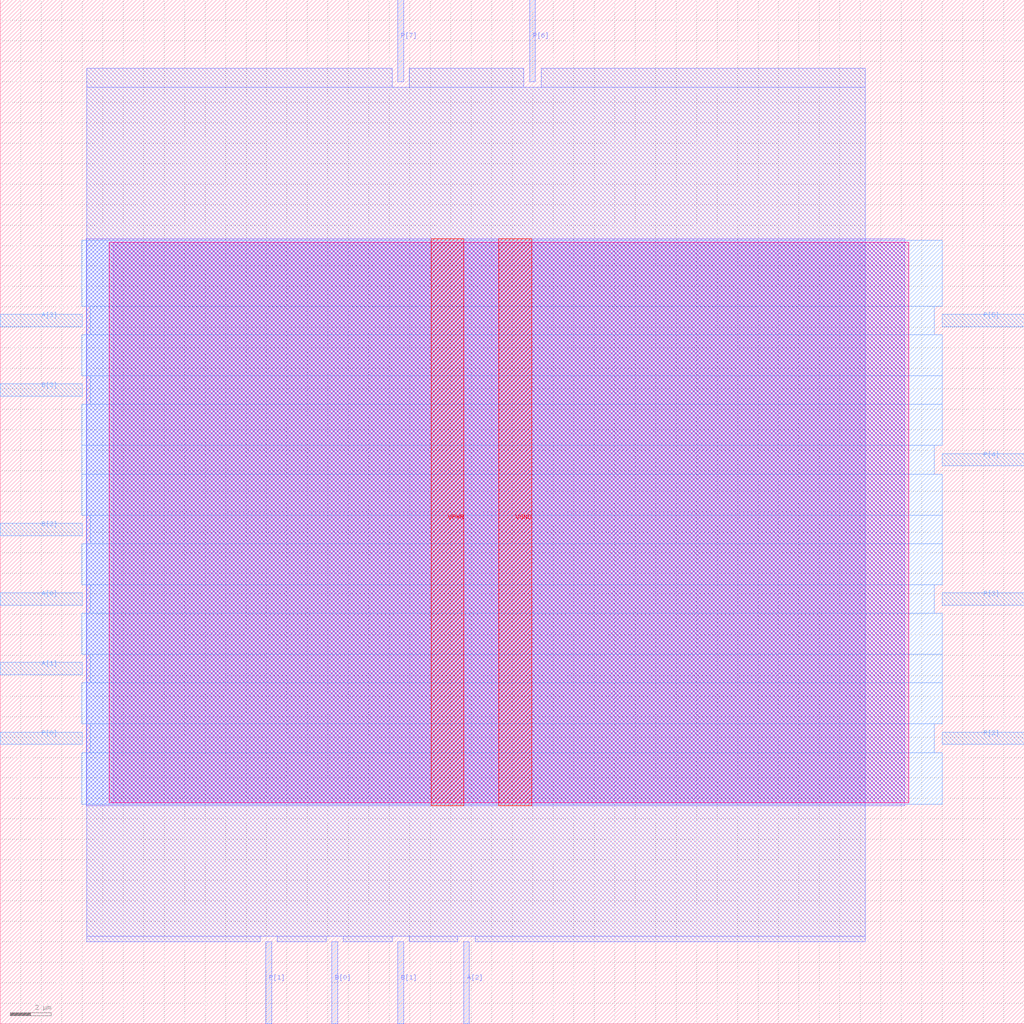
<source format=lef>
VERSION 5.7 ;
  NOWIREEXTENSIONATPIN ON ;
  DIVIDERCHAR "/" ;
  BUSBITCHARS "[]" ;
MACRO mult4_SarsaNStepsRuido_e9_SARSA_RUIDO_e9_SARSA_RUIDO_e9_SARSA_RUIDO_e9
  CLASS BLOCK ;
  FOREIGN mult4_SarsaNStepsRuido_e9_SARSA_RUIDO_e9_SARSA_RUIDO_e9_SARSA_RUIDO_e9 ;
  ORIGIN 0.000 0.000 ;
  SIZE 50.000 BY 50.000 ;
  PIN A[0]
    DIRECTION INPUT ;
    USE SIGNAL ;
    ANTENNAGATEAREA 0.213000 ;
    PORT
      LAYER met3 ;
        RECT 0.000 20.440 4.000 21.040 ;
    END
  END A[0]
  PIN A[1]
    DIRECTION INPUT ;
    USE SIGNAL ;
    ANTENNAGATEAREA 0.126000 ;
    PORT
      LAYER met3 ;
        RECT 0.000 17.040 4.000 17.640 ;
    END
  END A[1]
  PIN A[2]
    DIRECTION INPUT ;
    USE SIGNAL ;
    ANTENNAGATEAREA 0.213000 ;
    PORT
      LAYER met2 ;
        RECT 22.630 0.000 22.910 4.000 ;
    END
  END A[2]
  PIN A[3]
    DIRECTION INPUT ;
    USE SIGNAL ;
    ANTENNAGATEAREA 0.196500 ;
    PORT
      LAYER met3 ;
        RECT 0.000 34.040 4.000 34.640 ;
    END
  END A[3]
  PIN B[0]
    DIRECTION INPUT ;
    USE SIGNAL ;
    ANTENNAGATEAREA 0.126000 ;
    PORT
      LAYER met2 ;
        RECT 16.190 0.000 16.470 4.000 ;
    END
  END B[0]
  PIN B[1]
    DIRECTION INPUT ;
    USE SIGNAL ;
    ANTENNAGATEAREA 0.126000 ;
    PORT
      LAYER met2 ;
        RECT 19.410 0.000 19.690 4.000 ;
    END
  END B[1]
  PIN B[2]
    DIRECTION INPUT ;
    USE SIGNAL ;
    ANTENNAGATEAREA 0.196500 ;
    PORT
      LAYER met3 ;
        RECT 0.000 23.840 4.000 24.440 ;
    END
  END B[2]
  PIN B[3]
    DIRECTION INPUT ;
    USE SIGNAL ;
    ANTENNAGATEAREA 0.213000 ;
    PORT
      LAYER met3 ;
        RECT 0.000 30.640 4.000 31.240 ;
    END
  END B[3]
  PIN P[0]
    DIRECTION OUTPUT ;
    USE SIGNAL ;
    PORT
      LAYER met3 ;
        RECT 0.000 13.640 4.000 14.240 ;
    END
  END P[0]
  PIN P[1]
    DIRECTION OUTPUT ;
    USE SIGNAL ;
    ANTENNADIFFAREA 0.445500 ;
    PORT
      LAYER met2 ;
        RECT 12.970 0.000 13.250 4.000 ;
    END
  END P[1]
  PIN P[2]
    DIRECTION OUTPUT ;
    USE SIGNAL ;
    ANTENNADIFFAREA 0.445500 ;
    PORT
      LAYER met3 ;
        RECT 46.000 13.640 50.000 14.240 ;
    END
  END P[2]
  PIN P[3]
    DIRECTION OUTPUT ;
    USE SIGNAL ;
    ANTENNADIFFAREA 0.445500 ;
    PORT
      LAYER met3 ;
        RECT 46.000 20.440 50.000 21.040 ;
    END
  END P[3]
  PIN P[4]
    DIRECTION OUTPUT ;
    USE SIGNAL ;
    ANTENNADIFFAREA 0.445500 ;
    PORT
      LAYER met3 ;
        RECT 46.000 27.240 50.000 27.840 ;
    END
  END P[4]
  PIN P[5]
    DIRECTION OUTPUT ;
    USE SIGNAL ;
    ANTENNADIFFAREA 0.445500 ;
    PORT
      LAYER met3 ;
        RECT 46.000 34.040 50.000 34.640 ;
    END
  END P[5]
  PIN P[6]
    DIRECTION OUTPUT ;
    USE SIGNAL ;
    ANTENNADIFFAREA 0.445500 ;
    PORT
      LAYER met2 ;
        RECT 25.850 46.000 26.130 50.000 ;
    END
  END P[6]
  PIN P[7]
    DIRECTION OUTPUT ;
    USE SIGNAL ;
    ANTENNADIFFAREA 0.445500 ;
    PORT
      LAYER met2 ;
        RECT 19.410 46.000 19.690 50.000 ;
    END
  END P[7]
  PIN VGND
    DIRECTION INOUT ;
    USE GROUND ;
    PORT
      LAYER met4 ;
        RECT 24.340 10.640 25.940 38.320 ;
    END
  END VGND
  PIN VPWR
    DIRECTION INOUT ;
    USE POWER ;
    PORT
      LAYER met4 ;
        RECT 21.040 10.640 22.640 38.320 ;
    END
  END VPWR
  OBS
      LAYER nwell ;
        RECT 5.330 10.795 44.350 38.165 ;
      LAYER li1 ;
        RECT 5.520 10.795 44.160 38.165 ;
      LAYER met1 ;
        RECT 4.210 10.640 44.160 38.320 ;
      LAYER met2 ;
        RECT 4.230 45.720 19.130 46.650 ;
        RECT 19.970 45.720 25.570 46.650 ;
        RECT 26.410 45.720 42.230 46.650 ;
        RECT 4.230 4.280 42.230 45.720 ;
        RECT 4.230 4.000 12.690 4.280 ;
        RECT 13.530 4.000 15.910 4.280 ;
        RECT 16.750 4.000 19.130 4.280 ;
        RECT 19.970 4.000 22.350 4.280 ;
        RECT 23.190 4.000 42.230 4.280 ;
      LAYER met3 ;
        RECT 3.990 35.040 46.000 38.245 ;
        RECT 4.400 33.640 45.600 35.040 ;
        RECT 3.990 31.640 46.000 33.640 ;
        RECT 4.400 30.240 46.000 31.640 ;
        RECT 3.990 28.240 46.000 30.240 ;
        RECT 3.990 26.840 45.600 28.240 ;
        RECT 3.990 24.840 46.000 26.840 ;
        RECT 4.400 23.440 46.000 24.840 ;
        RECT 3.990 21.440 46.000 23.440 ;
        RECT 4.400 20.040 45.600 21.440 ;
        RECT 3.990 18.040 46.000 20.040 ;
        RECT 4.400 16.640 46.000 18.040 ;
        RECT 3.990 14.640 46.000 16.640 ;
        RECT 4.400 13.240 45.600 14.640 ;
        RECT 3.990 10.715 46.000 13.240 ;
  END
END mult4_SarsaNStepsRuido_e9_SARSA_RUIDO_e9_SARSA_RUIDO_e9_SARSA_RUIDO_e9
END LIBRARY


</source>
